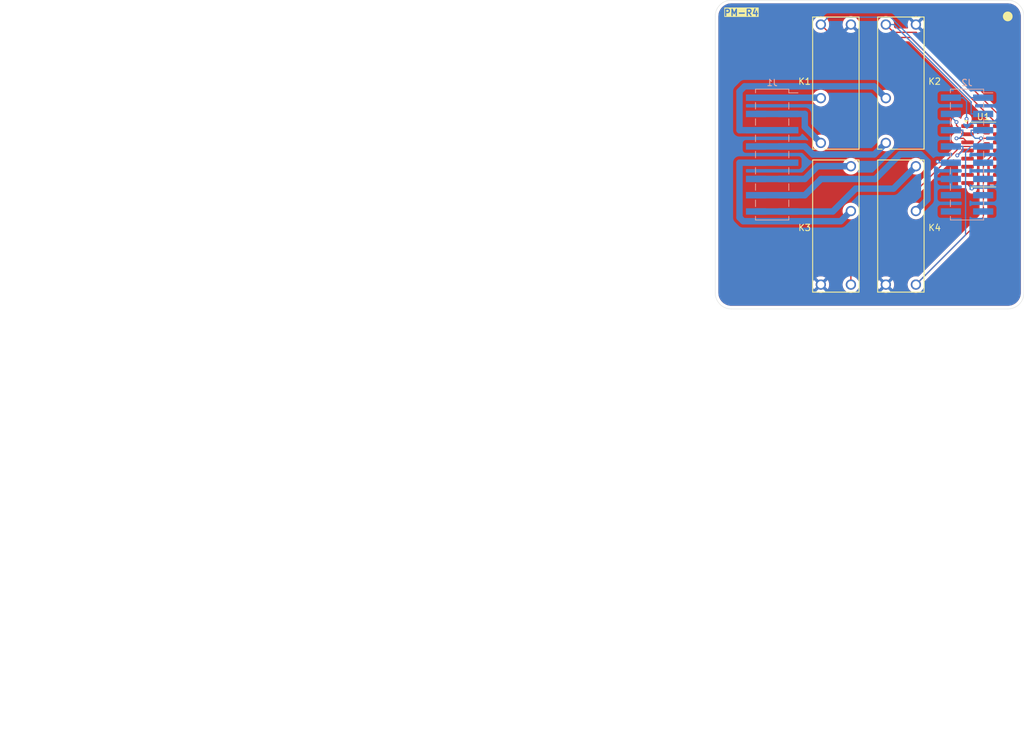
<source format=kicad_pcb>
(kicad_pcb (version 20240108) (generator "pcbnew") (generator_version "8.0")
  (layers (0 "F.Cu" signal) (31 "B.Cu" signal) (34 "B.Paste" user) (35 "F.Paste" user) (36 "B.SilkS" user "B.Silkscreen") (37 "F.SilkS" user "F.Silkscreen") (38 "B.Mask" user) (39 "F.Mask" user) (44 "Edge.Cuts" user))
  (net 0 "")
  (net 7 "GND")
  (net 8 "VDD")
  (net 9 "Net-(J1-Pin_1)")
  (net 10 "Net-(J1-Pin_3)")
  (net 11 "Net-(J1-Pin_7)")
  (net 12 "Net-(J1-Pin_5)")
  (net 13 "Net-(J1-Pin_10)")
  (net 14 "Net-(J1-Pin_13)")
  (net 15 "Net-(J1-Pin_15)")
  (net 16 "Net-(J1-Pin_11)")
  (net 17 "Net-(J2-Pin_3)")
  (net 19 "Net-(J2-Pin_4)")
  (net 20 "Net-(J2-Pin_6)")
  (net 22 "Net-(J2-Pin_2)")
  (net 23 "Net-(J2-Pin_7)")
  (net 24 "Net-(J2-Pin_8)")
  (net 26 "Net-(J2-Pin_1)")
  (net 27 "Net-(J2-Pin_5)")
  (footprint "NextPCB:G5NB-1A-E_DC12_RELAY_G5NB-1A_DC5_OMR" (layer "F.Cu") (at 153.67 102.35 180)
    (property "Reference" "K4" (at -7.62 -9.41 180) (layer "F.SilkS"))
    (property "Value" "G5NB-1A-E_DC5")
    (fp_line (start 1.277 1.177) (end 1.277 -19.477) (stroke (width 0.1524)) (layer "F.SilkS"))
    (fp_line (start 1.277 -19.477) (end -5.977 -19.477) (stroke (width 0.1524)) (layer "F.SilkS"))
    (fp_line (start -4.1266 1.177) (end 1.277 1.177) (stroke (width 0.1524)) (layer "F.SilkS"))
    (fp_line (start -5.977 1.177) (end -5.2734 1.177) (stroke (width 0.1524)) (layer "F.SilkS"))
    (fp_line (start -5.977 -19.477) (end -5.977 1.177) (stroke (width 0.1524)) (layer "F.SilkS"))
    (pad "1" thru_hole circle (at -4.7 -18.3 180) (size 1.608 1.608) (drill 1.1) (layers "*.Cu" "*.Mask") (net 23 "Net-(J2-Pin_7)"))
    (pad "2" thru_hole circle (at -4.7 -6.8 180) (size 1.608 1.608) (drill 1.1) (layers "*.Cu" "*.Mask") (net 14 "Net-(J1-Pin_13)"))
    (pad "3" thru_hole circle (at -4.7 0.2 180) (size 1.608 1.608) (drill 1.1) (layers "*.Cu" "*.Mask") (net 15 "Net-(J1-Pin_15)"))
    (pad "4" thru_hole circle (at 0 -18.3 180) (size 1.608 1.608) (drill 1.1) (layers "*.Cu" "*.Mask") (net 7 "GND"))
  )
  (footprint "NextPCB:G5NB-1A-E_DC12_RELAY_G5NB-1A_DC5_OMR" (layer "F.Cu") (at 143.51 102.35 180)
    (property "Reference" "K3" (at 2.54 -9.41 180) (layer "F.SilkS"))
    (property "Value" "G5NB-1A-E_DC5")
    (fp_line (start 1.277 1.177) (end 1.277 -19.477) (stroke (width 0.1524)) (layer "F.SilkS"))
    (fp_line (start 1.277 -19.477) (end -5.977 -19.477) (stroke (width 0.1524)) (layer "F.SilkS"))
    (fp_line (start -4.1266 1.177) (end 1.277 1.177) (stroke (width 0.1524)) (layer "F.SilkS"))
    (fp_line (start -5.977 1.177) (end -5.2734 1.177) (stroke (width 0.1524)) (layer "F.SilkS"))
    (fp_line (start -5.977 -19.477) (end -5.977 1.177) (stroke (width 0.1524)) (layer "F.SilkS"))
    (pad "1" thru_hole circle (at -4.7 -18.3 180) (size 1.608 1.608) (drill 1.1) (layers "*.Cu" "*.Mask") (net 27 "Net-(J2-Pin_5)"))
    (pad "2" thru_hole circle (at -4.7 -6.8 180) (size 1.608 1.608) (drill 1.1) (layers "*.Cu" "*.Mask") (net 13 "Net-(J1-Pin_10)"))
    (pad "3" thru_hole circle (at -4.7 0.2 180) (size 1.608 1.608) (drill 1.1) (layers "*.Cu" "*.Mask") (net 16 "Net-(J1-Pin_11)"))
    (pad "4" thru_hole circle (at 0 -18.3 180) (size 1.608 1.608) (drill 1.1) (layers "*.Cu" "*.Mask") (net 7 "GND"))
  )
  (footprint "NextPCB:G5NB-1A-E_DC12_RELAY_G5NB-1A_DC5_OMR" (layer "F.Cu") (at 158.37 98.31)
    (property "Reference" "K2" (at 2.92 -9.41 0) (layer "F.SilkS"))
    (property "Value" "G5NB-1A-E_DC5")
    (fp_line (start -5.977 -19.477) (end -5.977 1.177) (stroke (width 0.1524)) (layer "F.SilkS"))
    (fp_line (start -5.977 1.177) (end -5.2734 1.177) (stroke (width 0.1524)) (layer "F.SilkS"))
    (fp_line (start -4.1266 1.177) (end 1.277 1.177) (stroke (width 0.1524)) (layer "F.SilkS"))
    (fp_line (start 1.277 -19.477) (end -5.977 -19.477) (stroke (width 0.1524)) (layer "F.SilkS"))
    (fp_line (start 1.277 1.177) (end 1.277 -19.477) (stroke (width 0.1524)) (layer "F.SilkS"))
    (pad "1" thru_hole circle (at -4.7 -18.3) (size 1.608 1.608) (drill 1.1) (layers "*.Cu" "*.Mask") (net 17 "Net-(J2-Pin_3)"))
    (pad "2" thru_hole circle (at -4.7 -6.8) (size 1.608 1.608) (drill 1.1) (layers "*.Cu" "*.Mask") (net 12 "Net-(J1-Pin_5)"))
    (pad "3" thru_hole circle (at -4.7 0.2) (size 1.608 1.608) (drill 1.1) (layers "*.Cu" "*.Mask") (net 11 "Net-(J1-Pin_7)"))
    (pad "4" thru_hole circle (at 0 -18.3) (size 1.608 1.608) (drill 1.1) (layers "*.Cu" "*.Mask") (net 7 "GND"))
  )
  (footprint "NextPCB:G5NB-1A-E_DC12_RELAY_G5NB-1A_DC5_OMR" (layer "F.Cu") (at 148.21 98.31)
    (property "Reference" "K1" (at -7.24 -9.41 0) (layer "F.SilkS"))
    (property "Value" "G5NB-1A-E_DC5")
    (fp_line (start -5.977 -19.477) (end -5.977 1.177) (stroke (width 0.1524)) (layer "F.SilkS"))
    (fp_line (start -5.977 1.177) (end -5.2734 1.177) (stroke (width 0.1524)) (layer "F.SilkS"))
    (fp_line (start -4.1266 1.177) (end 1.277 1.177) (stroke (width 0.1524)) (layer "F.SilkS"))
    (fp_line (start 1.277 -19.477) (end -5.977 -19.477) (stroke (width 0.1524)) (layer "F.SilkS"))
    (fp_line (start 1.277 1.177) (end 1.277 -19.477) (stroke (width 0.1524)) (layer "F.SilkS"))
    (pad "1" thru_hole circle (at -4.7 -18.3) (size 1.608 1.608) (drill 1.1) (layers "*.Cu" "*.Mask") (net 26 "Net-(J2-Pin_1)"))
    (pad "2" thru_hole circle (at -4.7 -6.8) (size 1.608 1.608) (drill 1.1) (layers "*.Cu" "*.Mask") (net 9 "Net-(J1-Pin_1)"))
    (pad "3" thru_hole circle (at -4.7 0.2) (size 1.608 1.608) (drill 1.1) (layers "*.Cu" "*.Mask") (net 10 "Net-(J1-Pin_3)"))
    (pad "4" thru_hole circle (at 0 -18.3) (size 1.608 1.608) (drill 1.1) (layers "*.Cu" "*.Mask") (net 7 "GND"))
  )
  (footprint "Package_SO:SOIC-16_3.9x9.9mm_P1.27mm" (layer "F.Cu") (at 168.91 100.33)
    (property "Reference" "U1" (at 0 -5.9 0) (layer "F.SilkS"))
    (property "Value" "ULN2003A")
    (fp_line (start 0 -5.06) (end -1.95 -5.06) (stroke (width 0.12)) (layer "F.SilkS"))
    (fp_line (start 0 -5.06) (end 1.95 -5.06) (stroke (width 0.12)) (layer "F.SilkS"))
    (fp_line (start 0 5.06) (end -1.95 5.06) (stroke (width 0.12)) (layer "F.SilkS"))
    (fp_line (start 0 5.06) (end 1.95 5.06) (stroke (width 0.12)) (layer "F.SilkS"))
    (fp_poly (pts (xy -2.7 -5.005) (xy -2.94 -5.335) (xy -2.46 -5.335) (xy -2.7 -5.005)) (stroke (width 0.12)) (fill solid) (layer "F.SilkS"))
    (pad "1" smd roundrect (at -2.475 -4.445) (size 1.95 0.6) (layers "F.Cu" "F.Paste" "F.Mask") (net 22 "Net-(J2-Pin_2)"))
    (pad "2" smd roundrect (at -2.475 -3.175) (size 1.95 0.6) (layers "F.Cu" "F.Paste" "F.Mask") (net 19 "Net-(J2-Pin_4)"))
    (pad "3" smd roundrect (at -2.475 -1.905) (size 1.95 0.6) (layers "F.Cu" "F.Paste" "F.Mask") (net 20 "Net-(J2-Pin_6)"))
    (pad "4" smd roundrect (at -2.475 -0.635) (size 1.95 0.6) (layers "F.Cu" "F.Paste" "F.Mask") (net 24 "Net-(J2-Pin_8)"))
    (pad "5" smd roundrect (at -2.475 0.635) (size 1.95 0.6) (layers "F.Cu" "F.Paste" "F.Mask"))
    (pad "6" smd roundrect (at -2.475 1.905) (size 1.95 0.6) (layers "F.Cu" "F.Paste" "F.Mask"))
    (pad "7" smd roundrect (at -2.475 3.175) (size 1.95 0.6) (layers "F.Cu" "F.Paste" "F.Mask"))
    (pad "8" smd roundrect (at -2.475 4.445) (size 1.95 0.6) (layers "F.Cu" "F.Paste" "F.Mask") (net 7 "GND"))
    (pad "9" smd roundrect (at 2.475 4.445) (size 1.95 0.6) (layers "F.Cu" "F.Paste" "F.Mask") (net 8 "VDD"))
    (pad "10" smd roundrect (at 2.475 3.175) (size 1.95 0.6) (layers "F.Cu" "F.Paste" "F.Mask"))
    (pad "11" smd roundrect (at 2.475 1.905) (size 1.95 0.6) (layers "F.Cu" "F.Paste" "F.Mask"))
    (pad "12" smd roundrect (at 2.475 0.635) (size 1.95 0.6) (layers "F.Cu" "F.Paste" "F.Mask"))
    (pad "13" smd roundrect (at 2.475 -0.635) (size 1.95 0.6) (layers "F.Cu" "F.Paste" "F.Mask") (net 23 "Net-(J2-Pin_7)"))
    (pad "14" smd roundrect (at 2.475 -1.905) (size 1.95 0.6) (layers "F.Cu" "F.Paste" "F.Mask") (net 27 "Net-(J2-Pin_5)"))
    (pad "15" smd roundrect (at 2.475 -3.175) (size 1.95 0.6) (layers "F.Cu" "F.Paste" "F.Mask") (net 17 "Net-(J2-Pin_3)"))
    (pad "16" smd roundrect (at 2.475 -4.445) (size 1.95 0.6) (layers "F.Cu" "F.Paste" "F.Mask") (net 26 "Net-(J2-Pin_1)"))
  )
  (footprint "Connector_PinHeader_2.54mm:PinHeader_2x08_P2.54mm_Vertical_SMD" (layer "B.Cu") (at 135.905 100.33 180)
    (property "Reference" "J1" (at 0 11.22 180) (layer "B.SilkS") (effects (justify mirror)))
    (property "Value" "Conn_02x08_Odd_Even")
    (fp_line (start 2.6 10.22) (end -2.6 10.22) (stroke (width 0.12)) (layer "B.SilkS"))
    (fp_line (start 2.6 9.65) (end 2.6 10.22) (stroke (width 0.12)) (layer "B.SilkS"))
    (fp_line (start 2.6 7.11) (end 2.6 8.13) (stroke (width 0.12)) (layer "B.SilkS"))
    (fp_line (start 2.6 4.57) (end 2.6 5.59) (stroke (width 0.12)) (layer "B.SilkS"))
    (fp_line (start 2.6 2.03) (end 2.6 3.05) (stroke (width 0.12)) (layer "B.SilkS"))
    (fp_line (start 2.6 -0.51) (end 2.6 0.51) (stroke (width 0.12)) (layer "B.SilkS"))
    (fp_line (start 2.6 -3.05) (end 2.6 -2.03) (stroke (width 0.12)) (layer "B.SilkS"))
    (fp_line (start 2.6 -5.59) (end 2.6 -4.57) (stroke (width 0.12)) (layer "B.SilkS"))
    (fp_line (start 2.6 -8.13) (end 2.6 -7.11) (stroke (width 0.12)) (layer "B.SilkS"))
    (fp_line (start 2.6 -10.22) (end 2.6 -9.65) (stroke (width 0.12)) (layer "B.SilkS"))
    (fp_line (start 2.6 -10.22) (end -2.6 -10.22) (stroke (width 0.12)) (layer "B.SilkS"))
    (fp_line (start -2.6 9.65) (end -2.6 10.22) (stroke (width 0.12)) (layer "B.SilkS"))
    (fp_line (start -2.6 9.65) (end -4.04 9.65) (stroke (width 0.12)) (layer "B.SilkS"))
    (fp_line (start -2.6 7.11) (end -2.6 8.13) (stroke (width 0.12)) (layer "B.SilkS"))
    (fp_line (start -2.6 4.57) (end -2.6 5.59) (stroke (width 0.12)) (layer "B.SilkS"))
    (fp_line (start -2.6 2.03) (end -2.6 3.05) (stroke (width 0.12)) (layer "B.SilkS"))
    (fp_line (start -2.6 -0.51) (end -2.6 0.51) (stroke (width 0.12)) (layer "B.SilkS"))
    (fp_line (start -2.6 -3.05) (end -2.6 -2.03) (stroke (width 0.12)) (layer "B.SilkS"))
    (fp_line (start -2.6 -5.59) (end -2.6 -4.57) (stroke (width 0.12)) (layer "B.SilkS"))
    (fp_line (start -2.6 -8.13) (end -2.6 -7.11) (stroke (width 0.12)) (layer "B.SilkS"))
    (fp_line (start -2.6 -10.22) (end -2.6 -9.65) (stroke (width 0.12)) (layer "B.SilkS"))
    (pad "1" smd rect (at -2.525 8.89 180) (size 3.15 1) (layers "B.Cu" "B.Paste" "B.Mask") (net 9 "Net-(J1-Pin_1)"))
    (pad "2" smd rect (at 2.525 8.89 180) (size 3.15 1) (layers "B.Cu" "B.Paste" "B.Mask") (net 9 "Net-(J1-Pin_1)"))
    (pad "3" smd rect (at -2.525 6.35 180) (size 3.15 1) (layers "B.Cu" "B.Paste" "B.Mask") (net 10 "Net-(J1-Pin_3)"))
    (pad "4" smd rect (at 2.525 6.35 180) (size 3.15 1) (layers "B.Cu" "B.Paste" "B.Mask") (net 10 "Net-(J1-Pin_3)"))
    (pad "5" smd rect (at -2.525 3.81 180) (size 3.15 1) (layers "B.Cu" "B.Paste" "B.Mask") (net 12 "Net-(J1-Pin_5)"))
    (pad "6" smd rect (at 2.525 3.81 180) (size 3.15 1) (layers "B.Cu" "B.Paste" "B.Mask") (net 12 "Net-(J1-Pin_5)"))
    (pad "7" smd rect (at -2.525 1.27 180) (size 3.15 1) (layers "B.Cu" "B.Paste" "B.Mask") (net 11 "Net-(J1-Pin_7)"))
    (pad "8" smd rect (at 2.525 1.27 180) (size 3.15 1) (layers "B.Cu" "B.Paste" "B.Mask") (net 11 "Net-(J1-Pin_7)"))
    (pad "9" smd rect (at -2.525 -1.27 180) (size 3.15 1) (layers "B.Cu" "B.Paste" "B.Mask") (net 13 "Net-(J1-Pin_10)"))
    (pad "10" smd rect (at 2.525 -1.27 180) (size 3.15 1) (layers "B.Cu" "B.Paste" "B.Mask") (net 13 "Net-(J1-Pin_10)"))
    (pad "11" smd rect (at -2.525 -3.81 180) (size 3.15 1) (layers "B.Cu" "B.Paste" "B.Mask") (net 16 "Net-(J1-Pin_11)"))
    (pad "12" smd rect (at 2.525 -3.81 180) (size 3.15 1) (layers "B.Cu" "B.Paste" "B.Mask") (net 16 "Net-(J1-Pin_11)"))
    (pad "13" smd rect (at -2.525 -6.35 180) (size 3.15 1) (layers "B.Cu" "B.Paste" "B.Mask") (net 14 "Net-(J1-Pin_13)"))
    (pad "14" smd rect (at 2.525 -6.35 180) (size 3.15 1) (layers "B.Cu" "B.Paste" "B.Mask") (net 14 "Net-(J1-Pin_13)"))
    (pad "15" smd rect (at -2.525 -8.89 180) (size 3.15 1) (layers "B.Cu" "B.Paste" "B.Mask") (net 15 "Net-(J1-Pin_15)"))
    (pad "16" smd rect (at 2.525 -8.89 180) (size 3.15 1) (layers "B.Cu" "B.Paste" "B.Mask") (net 15 "Net-(J1-Pin_15)"))
  )
  (footprint "Connector_PinHeader_2.54mm:PinHeader_2x08_P2.54mm_Vertical_SMD" (layer "B.Cu") (at 166.355 100.33 180)
    (property "Reference" "J2" (at 0 11.22 180) (layer "B.SilkS") (effects (justify mirror)))
    (property "Value" "Conn_02x08_Odd_Even")
    (fp_line (start 2.6 10.22) (end -2.6 10.22) (stroke (width 0.12)) (layer "B.SilkS"))
    (fp_line (start 2.6 9.65) (end 2.6 10.22) (stroke (width 0.12)) (layer "B.SilkS"))
    (fp_line (start 2.6 7.11) (end 2.6 8.13) (stroke (width 0.12)) (layer "B.SilkS"))
    (fp_line (start 2.6 4.57) (end 2.6 5.59) (stroke (width 0.12)) (layer "B.SilkS"))
    (fp_line (start 2.6 2.03) (end 2.6 3.05) (stroke (width 0.12)) (layer "B.SilkS"))
    (fp_line (start 2.6 -0.51) (end 2.6 0.51) (stroke (width 0.12)) (layer "B.SilkS"))
    (fp_line (start 2.6 -3.05) (end 2.6 -2.03) (stroke (width 0.12)) (layer "B.SilkS"))
    (fp_line (start 2.6 -5.59) (end 2.6 -4.57) (stroke (width 0.12)) (layer "B.SilkS"))
    (fp_line (start 2.6 -8.13) (end 2.6 -7.11) (stroke (width 0.12)) (layer "B.SilkS"))
    (fp_line (start 2.6 -10.22) (end 2.6 -9.65) (stroke (width 0.12)) (layer "B.SilkS"))
    (fp_line (start 2.6 -10.22) (end -2.6 -10.22) (stroke (width 0.12)) (layer "B.SilkS"))
    (fp_line (start -2.6 9.65) (end -2.6 10.22) (stroke (width 0.12)) (layer "B.SilkS"))
    (fp_line (start -2.6 9.65) (end -4.04 9.65) (stroke (width 0.12)) (layer "B.SilkS"))
    (fp_line (start -2.6 7.11) (end -2.6 8.13) (stroke (width 0.12)) (layer "B.SilkS"))
    (fp_line (start -2.6 4.57) (end -2.6 5.59) (stroke (width 0.12)) (layer "B.SilkS"))
    (fp_line (start -2.6 2.03) (end -2.6 3.05) (stroke (width 0.12)) (layer "B.SilkS"))
    (fp_line (start -2.6 -0.51) (end -2.6 0.51) (stroke (width 0.12)) (layer "B.SilkS"))
    (fp_line (start -2.6 -3.05) (end -2.6 -2.03) (stroke (width 0.12)) (layer "B.SilkS"))
    (fp_line (start -2.6 -5.59) (end -2.6 -4.57) (stroke (width 0.12)) (layer "B.SilkS"))
    (fp_line (start -2.6 -8.13) (end -2.6 -7.11) (stroke (width 0.12)) (layer "B.SilkS"))
    (fp_line (start -2.6 -10.22) (end -2.6 -9.65) (stroke (width 0.12)) (layer "B.SilkS"))
    (pad "1" smd rect (at -2.525 8.89 180) (size 3.15 1) (layers "B.Cu" "B.Paste" "B.Mask") (net 26 "Net-(J2-Pin_1)"))
    (pad "2" smd rect (at 2.525 8.89 180) (size 3.15 1) (layers "B.Cu" "B.Paste" "B.Mask") (net 22 "Net-(J2-Pin_2)"))
    (pad "3" smd rect (at -2.525 6.35 180) (size 3.15 1) (layers "B.Cu" "B.Paste" "B.Mask") (net 17 "Net-(J2-Pin_3)"))
    (pad "4" smd rect (at 2.525 6.35 180) (size 3.15 1) (layers "B.Cu" "B.Paste" "B.Mask") (net 19 "Net-(J2-Pin_4)"))
    (pad "5" smd rect (at -2.525 3.81 180) (size 3.15 1) (layers "B.Cu" "B.Paste" "B.Mask") (net 27 "Net-(J2-Pin_5)"))
    (pad "6" smd rect (at 2.525 3.81 180) (size 3.15 1) (layers "B.Cu" "B.Paste" "B.Mask") (net 20 "Net-(J2-Pin_6)"))
    (pad "7" smd rect (at -2.525 1.27 180) (size 3.15 1) (layers "B.Cu" "B.Paste" "B.Mask") (net 23 "Net-(J2-Pin_7)"))
    (pad "8" smd rect (at 2.525 1.27 180) (size 3.15 1) (layers "B.Cu" "B.Paste" "B.Mask") (net 24 "Net-(J2-Pin_8)"))
    (pad "9" smd rect (at -2.525 -1.27 180) (size 3.15 1) (layers "B.Cu" "B.Paste" "B.Mask"))
    (pad "10" smd rect (at 2.525 -1.27 180) (size 3.15 1) (layers "B.Cu" "B.Paste" "B.Mask") (net 8 "VDD"))
    (pad "11" smd rect (at -2.525 -3.81 180) (size 3.15 1) (layers "B.Cu" "B.Paste" "B.Mask"))
    (pad "12" smd rect (at 2.525 -3.81 180) (size 3.15 1) (layers "B.Cu" "B.Paste" "B.Mask") (net 7 "GND"))
    (pad "13" smd rect (at -2.525 -6.35 180) (size 3.15 1) (layers "B.Cu" "B.Paste" "B.Mask"))
    (pad "14" smd rect (at 2.525 -6.35 180) (size 3.15 1) (layers "B.Cu" "B.Paste" "B.Mask"))
    (pad "15" smd rect (at -2.525 -8.89 180) (size 3.15 1) (layers "B.Cu" "B.Paste" "B.Mask"))
    (pad "16" smd rect (at 2.525 -8.89 180) (size 3.15 1) (layers "B.Cu" "B.Paste" "B.Mask"))
  )
  (gr_circle (center 172.72 78.74) (end 173.482 78.74) (fill solid) (layer "F.SilkS"))
  (gr_arc (start 175.26 121.92) (mid 174.516051 123.716051) (end 172.72 124.46) (stroke (width 0.05)) (layer "Edge.Cuts"))
  (gr_arc (start 127 78.74) (mid 127.743949 76.943949) (end 129.54 76.2) (stroke (width 0.05)) (layer "Edge.Cuts"))
  (gr_line (start 172.72 124.46) (end 129.54 124.46) (stroke (width 0.05)) (layer "Edge.Cuts"))
  (gr_arc (start 129.54 124.46) (mid 127.743949 123.716051) (end 127 121.92) (stroke (width 0.05)) (layer "Edge.Cuts"))
  (gr_arc (start 172.72 76.2) (mid 174.516051 76.943949) (end 175.26 78.74) (stroke (width 0.05)) (layer "Edge.Cuts"))
  (gr_line (start 129.54 76.2) (end 172.72 76.2) (stroke (width 0.05)) (layer "Edge.Cuts"))
  (gr_line (start 127 121.92) (end 127 78.74) (stroke (width 0.05)) (layer "Edge.Cuts"))
  (gr_line (start 175.26 78.74) (end 175.26 121.92) (stroke (width 0.05)) (layer "Edge.Cuts"))
  (gr_text "PM-R4" (at 128.27 78.74 0) (layer "F.SilkS" knockout) (effects (font (size 1 1) (thickness 0.2) (bold yes)) (justify left bottom)))
  (segment (start 166.435 104.9533) (end 166.435 104.775) (width 0.2) (layer "F.Cu") (net 7))
  (segment (start 167.1095 105.6278) (end 166.435 104.9533) (width 0.2) (layer "F.Cu") (net 7))
  (via (at 167.1095 105.6278) (size 0.6) (drill 0.3) (layers "F.Cu" "B.Cu") (net 7))
  (via (at 161.7405 101.4276) (size 0.6) (drill 0.3) (layers "F.Cu" "B.Cu") (net 8))
  (segment (start 161.7809 101.4276) (end 161.9533 101.6) (width 0.2) (layer "B.Cu") (net 8))
  (segment (start 161.7405 101.4276) (end 161.7809 101.4276) (width 0.2) (layer "B.Cu") (net 8))
  (segment (start 163.83 101.6) (end 161.9533 101.6) (width 0.2) (layer "B.Cu") (net 8))
  (segment (start 143.44 91.44) (end 143.51 91.51) (width 1) (layer "B.Cu") (net 9))
  (segment (start 133.38 91.44) (end 138.43 91.44) (width 1) (layer "B.Cu") (net 9))
  (segment (start 138.43 91.44) (end 143.44 91.44) (width 1) (layer "B.Cu") (net 9))
  (segment (start 141.0067 93.98) (end 141.0067 96.0067) (width 1) (layer "B.Cu") (net 10))
  (segment (start 141.0067 96.0067) (end 143.51 98.51) (width 1) (layer "B.Cu") (net 10))
  (segment (start 133.38 93.98) (end 138.43 93.98) (width 1) (layer "B.Cu") (net 10))
  (segment (start 138.43 93.98) (end 141.0067 93.98) (width 1) (layer "B.Cu") (net 10))
  (segment (start 138.43 99.06) (end 133.38 99.06) (width 1) (layer "B.Cu") (net 11))
  (segment (start 142.2624 100.3157) (end 141.0067 99.06) (width 1) (layer "B.Cu") (net 11))
  (segment (start 138.43 99.06) (end 141.0067 99.06) (width 1) (layer "B.Cu") (net 11))
  (segment (start 151.8643 100.3157) (end 142.2624 100.3157) (width 1) (layer "B.Cu") (net 11))
  (segment (start 153.67 98.51) (end 151.8643 100.3157) (width 1) (layer "B.Cu") (net 11))
  (segment (start 138.43 96.52) (end 133.38 96.52) (width 1) (layer "B.Cu") (net 12))
  (segment (start 151.827 89.667) (end 153.67 91.51) (width 1) (layer "B.Cu") (net 12))
  (segment (start 131.5931 89.667) (end 151.827 89.667) (width 1) (layer "B.Cu") (net 12))
  (segment (start 130.8033 90.4568) (end 131.5931 89.667) (width 1) (layer "B.Cu") (net 12))
  (segment (start 130.8033 96.52) (end 130.8033 90.4568) (width 1) (layer "B.Cu") (net 12))
  (segment (start 133.38 96.52) (end 130.8033 96.52) (width 1) (layer "B.Cu") (net 12))
  (segment (start 131.3767 110.74) (end 146.62 110.74) (width 1) (layer "B.Cu") (net 13))
  (segment (start 130.8033 110.1666) (end 131.3767 110.74) (width 1) (layer "B.Cu") (net 13))
  (segment (start 133.38 101.6) (end 130.8033 101.6) (width 1) (layer "B.Cu") (net 13))
  (segment (start 130.8033 101.6) (end 130.8033 110.1666) (width 1) (layer "B.Cu") (net 13))
  (segment (start 146.62 110.74) (end 148.21 109.15) (width 1) (layer "B.Cu") (net 13))
  (segment (start 138.43 101.6) (end 133.38 101.6) (width 1) (layer "B.Cu") (net 13))
  (segment (start 159.0659 100.2904) (end 160.1841 101.4086) (width 1) (layer "B.Cu") (net 14))
  (segment (start 160.1841 107.3359) (end 158.37 109.15) (width 1) (layer "B.Cu") (net 14))
  (segment (start 141.0067 106.68) (end 143.5369 104.1498) (width 1) (layer "B.Cu") (net 14))
  (segment (start 138.43 106.68) (end 141.0067 106.68) (width 1) (layer "B.Cu") (net 14))
  (segment (start 160.1841 101.4086) (end 160.1841 107.3359) (width 1) (layer "B.Cu") (net 14))
  (segment (start 155.8807 100.2904) (end 159.0659 100.2904) (width 1) (layer "B.Cu") (net 14))
  (segment (start 133.38 106.68) (end 138.43 106.68) (width 1) (layer "B.Cu") (net 14))
  (segment (start 152.0213 104.1498) (end 155.8807 100.2904) (width 1) (layer "B.Cu") (net 14))
  (segment (start 143.5369 104.1498) (end 152.0213 104.1498) (width 1) (layer "B.Cu") (net 14))
  (segment (start 154.8685 105.6515) (end 158.37 102.15) (width 1) (layer "B.Cu") (net 15))
  (segment (start 133.38 109.22) (end 138.43 109.22) (width 1) (layer "B.Cu") (net 15))
  (segment (start 138.43 109.22) (end 145.3874 109.22) (width 1) (layer "B.Cu") (net 15))
  (segment (start 145.3874 109.22) (end 148.9559 105.6515) (width 1) (layer "B.Cu") (net 15))
  (segment (start 148.9559 105.6515) (end 154.8685 105.6515) (width 1) (layer "B.Cu") (net 15))
  (segment (start 142.9967 102.15) (end 148.21 102.15) (width 1) (layer "B.Cu") (net 16))
  (segment (start 133.38 104.14) (end 138.43 104.14) (width 1) (layer "B.Cu") (net 16))
  (segment (start 141.0067 104.14) (end 142.9967 102.15) (width 1) (layer "B.Cu") (net 16))
  (segment (start 138.43 104.14) (end 141.0067 104.14) (width 1) (layer "B.Cu") (net 16))
  (segment (start 158.4077 81.2312) (end 172.6949 95.5184) (width 0.2) (layer "F.Cu") (net 17))
  (segment (start 172.6949 95.5184) (end 172.6949 96.2108) (width 0.2) (layer "F.Cu") (net 17))
  (segment (start 153.67 80.01) (end 154.8912 81.2312) (width 0.2) (layer "F.Cu") (net 17))
  (segment (start 171.7507 97.155) (end 171.385 97.155) (width 0.2) (layer "F.Cu") (net 17))
  (segment (start 154.8912 81.2312) (end 158.4077 81.2312) (width 0.2) (layer "F.Cu") (net 17))
  (segment (start 172.6949 96.2108) (end 171.7507 97.155) (width 0.2) (layer "F.Cu") (net 17))
  (segment (start 167.0033 92.1033) (end 154.91 80.01) (width 0.2) (layer "B.Cu") (net 17))
  (segment (start 168.88 93.98) (end 167.0033 93.98) (width 0.2) (layer "B.Cu") (net 17))
  (segment (start 154.91 80.01) (end 153.67 80.01) (width 0.2) (layer "B.Cu") (net 17))
  (segment (start 167.0033 93.98) (end 167.0033 92.1033) (width 0.2) (layer "B.Cu") (net 17))
  (segment (start 164.7086 95.7806) (end 166.083 97.155) (width 0.2) (layer "F.Cu") (net 19))
  (segment (start 164.7086 95.25) (end 164.7086 95.7806) (width 0.2) (layer "F.Cu") (net 19))
  (segment (start 166.083 97.155) (end 166.435 97.155) (width 0.2) (layer "F.Cu") (net 19))
  (via (at 164.7086 95.25) (size 0.6) (drill 0.3) (layers "F.Cu" "B.Cu") (net 19))
  (segment (start 163.83 94.3714) (end 164.7086 95.25) (width 0.2) (layer "B.Cu") (net 19))
  (segment (start 163.83 93.98) (end 163.83 94.3714) (width 0.2) (layer "B.Cu") (net 19))
  (segment (start 164.7086 97.79) (end 165.8 97.79) (width 0.2) (layer "F.Cu") (net 20))
  (segment (start 165.8 97.79) (end 166.435 98.425) (width 0.2) (layer "F.Cu") (net 20))
  (via (at 164.7086 97.79) (size 0.6) (drill 0.3) (layers "F.Cu" "B.Cu") (net 20))
  (segment (start 165.1382 97.79) (end 164.7086 97.79) (width 0.2) (layer "B.Cu") (net 20))
  (segment (start 165.7067 97.2215) (end 165.1382 97.79) (width 0.2) (layer "B.Cu") (net 20))
  (segment (start 165.7067 96.52) (end 165.7067 97.2215) (width 0.2) (layer "B.Cu") (net 20))
  (segment (start 163.83 96.52) (end 165.7067 96.52) (width 0.2) (layer "B.Cu") (net 20))
  (segment (start 166.2856 94.7595) (end 166.435 94.9089) (width 0.2) (layer "F.Cu") (net 22))
  (segment (start 166.435 94.9089) (end 166.435 95.885) (width 0.2) (layer "F.Cu") (net 22))
  (via (at 166.2856 94.7595) (size 0.6) (drill 0.3) (layers "F.Cu" "B.Cu") (net 22))
  (segment (start 165.7067 91.44) (end 166.2856 92.0189) (width 0.2) (layer "B.Cu") (net 22))
  (segment (start 166.2856 92.0189) (end 166.2856 94.7595) (width 0.2) (layer "B.Cu") (net 22))
  (segment (start 163.83 91.44) (end 165.7067 91.44) (width 0.2) (layer "B.Cu") (net 22))
  (segment (start 168.918 101.8077) (end 168.918 110.102) (width 0.2) (layer "F.Cu") (net 23))
  (segment (start 168.918 110.102) (end 158.37 120.65) (width 0.2) (layer "F.Cu") (net 23))
  (segment (start 171.0307 99.695) (end 168.918 101.8077) (width 0.2) (layer "F.Cu") (net 23))
  (segment (start 171.385 99.695) (end 171.0307 99.695) (width 0.2) (layer "F.Cu") (net 23))
  (segment (start 168.88 99.06) (end 167.0033 99.06) (width 0.2) (layer "B.Cu") (net 23))
  (segment (start 167.0033 99.06) (end 166.1271 99.9362) (width 0.2) (layer "B.Cu") (net 23))
  (segment (start 166.1271 112.8929) (end 158.37 120.65) (width 0.2) (layer "B.Cu") (net 23))
  (segment (start 166.1271 99.9362) (end 166.1271 112.8929) (width 0.2) (layer "B.Cu") (net 23))
  (segment (start 165.5945 99.695) (end 166.435 99.695) (width 0.2) (layer "F.Cu") (net 24))
  (segment (start 164.8341 100.4554) (end 165.5945 99.695) (width 0.2) (layer "F.Cu") (net 24))
  (via (at 164.8341 100.4554) (size 0.6) (drill 0.3) (layers "F.Cu" "B.Cu") (net 24))
  (segment (start 164.8341 100.4553) (end 164.8341 100.4554) (width 0.2) (layer "B.Cu") (net 24))
  (segment (start 165.7067 99.06) (end 165.7067 99.6902) (width 0.2) (layer "B.Cu") (net 24))
  (segment (start 163.83 99.06) (end 165.7067 99.06) (width 0.2) (layer "B.Cu") (net 24))
  (segment (start 165.7067 99.6902) (end 164.9416 100.4553) (width 0.2) (layer "B.Cu") (net 24))
  (segment (start 164.9416 100.4553) (end 164.8341 100.4553) (width 0.2) (layer "B.Cu") (net 24))
  (segment (start 171.385 95.885) (end 157.5315 82.0315) (width 0.2) (layer "F.Cu") (net 26))
  (segment (start 145.5315 82.0315) (end 143.51 80.01) (width 0.2) (layer "F.Cu") (net 26))
  (segment (start 157.5315 82.0315) (end 145.5315 82.0315) (width 0.2) (layer "F.Cu") (net 26))
  (segment (start 144.6623 78.8577) (end 143.51 80.01) (width 0.2) (layer "B.Cu") (net 26))
  (segment (start 154.421 78.8577) (end 144.6623 78.8577) (width 0.2) (layer "B.Cu") (net 26))
  (segment (start 168.88 91.44) (end 167.0033 91.44) (width 0.2) (layer "B.Cu") (net 26))
  (segment (start 167.0033 91.44) (end 154.421 78.8577) (width 0.2) (layer "B.Cu") (net 26))
  (segment (start 167.5417 99.06) (end 165.3375 99.06) (width 0.2) (layer "F.Cu") (net 27))
  (segment (start 168.5348 97.79) (end 170.75 97.79) (width 0.2) (layer "F.Cu") (net 27))
  (segment (start 168.5348 98.0669) (end 167.5417 99.06) (width 0.2) (layer "F.Cu") (net 27))
  (segment (start 168.5348 97.79) (end 168.5348 98.0669) (width 0.2) (layer "F.Cu") (net 27))
  (segment (start 165.3375 99.06) (end 148.21 116.1875) (width 0.2) (layer "F.Cu") (net 27))
  (segment (start 148.21 116.1875) (end 148.21 120.65) (width 0.2) (layer "F.Cu") (net 27))
  (segment (start 170.75 97.79) (end 171.385 98.425) (width 0.2) (layer "F.Cu") (net 27))
  (via (at 168.5348 97.79) (size 0.6) (drill 0.3) (layers "F.Cu" "B.Cu") (net 27))
  (segment (start 168.88 96.52) (end 167.0033 96.52) (width 0.2) (layer "B.Cu") (net 27))
  (segment (start 167.6382 97.79) (end 168.5348 97.79) (width 0.2) (layer "B.Cu") (net 27))
  (segment (start 167.0033 97.1551) (end 167.6382 97.79) (width 0.2) (layer "B.Cu") (net 27))
  (segment (start 167.0033 96.52) (end 167.0033 97.1551) (width 0.2) (layer "B.Cu") (net 27))
  (zone (net 8) (net_name "VDD") (layer "F.Cu") (priority 1) (connect_pads (clearance 0.5)) (min_thickness 0.25) (fill yes (thermal_gap 0.5) (thermal_bridge_width 0.5))
    (polygon (pts (xy 127 76.2) (xy 175.26 76.2) (xy 175.26 124.46) (xy 127 124.46)))
  )
  (zone (net 7) (net_name "GND") (layer "B.Cu") (connect_pads (clearance 0.5)) (min_thickness 0.25) (fill yes (thermal_gap 0.5) (thermal_bridge_width 0.5))
    (polygon (pts (xy 127 76.2) (xy 175.26 76.2) (xy 175.26 124.46) (xy 127 124.46)))
  )
)
</source>
